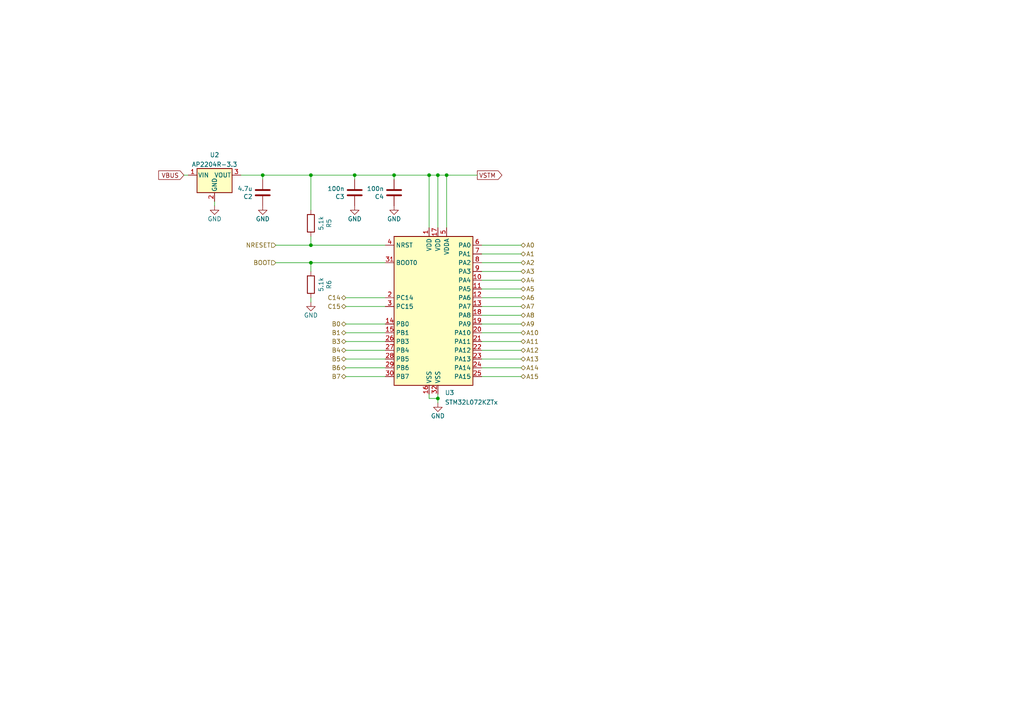
<source format=kicad_sch>
(kicad_sch (version 20211123) (generator eeschema)
  (paper "A4")
  (lib_symbols
    (symbol "Device:C" (pin_numbers hide) (pin_names (offset 0.254))
      (property "Reference" "C" (at 0.635 2.54 0))
      (property "Value" "C" (at 0.635 -2.54 0))
      (symbol "C_0_1"
        (polyline (pts (xy -2.032 -0.762) (xy 2.032 -0.762)) (stroke (width 0.508)))
        (polyline (pts (xy -2.032 0.762) (xy 2.032 0.762)) (stroke (width 0.508)))
      )
      (symbol "C_1_1"
        (pin passive line (at 0 3.81 270) (length 2.794) (name "~") (number "1"))
        (pin passive line (at 0 -3.81 90) (length 2.794) (name "~") (number "2"))
      )
    )
    (symbol "Device:R" (pin_numbers hide) (pin_names (offset 0))
      (property "Reference" "R" (at 2.032 0 90))
      (property "Value" "R" (at 0 0 90))
      (symbol "R_0_1"
        (rectangle (start -1.016 -2.54) (end 1.016 2.54) (stroke (width 0.254)))
      )
      (symbol "R_1_1"
        (pin passive line (at 0 3.81 270) (length 1.27) (name "~") (number "1"))
        (pin passive line (at 0 -3.81 90) (length 1.27) (name "~") (number "2"))
      )
    )
    (symbol "MCU_ST_STM32L0:STM32L072KZTx"
      (property "Reference" "U" (at -12.7 21.59 0))
      (property "Value" "STM32L072KZTx" (at 5.08 21.59 0))
      (symbol "STM32L072KZTx_0_1"
        (rectangle (start -12.7 -22.86) (end 10.16 20.32) (stroke (width 0.254)) (fill (type background)))
      )
      (symbol "STM32L072KZTx_1_1"
        (pin power_in line (at -2.54 22.86 270) (length 2.54) (name "VDD") (number "1"))
        (pin bidirectional line (at 12.7 7.62 180) (length 2.54) (name "PA4") (number "10"))
        (pin bidirectional line (at 12.7 5.08 180) (length 2.54) (name "PA5") (number "11"))
        (pin bidirectional line (at 12.7 2.54 180) (length 2.54) (name "PA6") (number "12"))
        (pin bidirectional line (at 12.7 0 180) (length 2.54) (name "PA7") (number "13"))
        (pin bidirectional line (at -15.24 -5.08 0) (length 2.54) (name "PB0") (number "14"))
        (pin bidirectional line (at -15.24 -7.62 0) (length 2.54) (name "PB1") (number "15"))
        (pin power_in line (at -2.54 -25.4 90) (length 2.54) (name "VSS") (number "16"))
        (pin power_in line (at 0 22.86 270) (length 2.54) (name "VDD") (number "17"))
        (pin bidirectional line (at 12.7 -2.54 180) (length 2.54) (name "PA8") (number "18"))
        (pin bidirectional line (at 12.7 -5.08 180) (length 2.54) (name "PA9") (number "19"))
        (pin bidirectional line (at -15.24 2.54 0) (length 2.54) (name "PC14") (number "2"))
        (pin bidirectional line (at 12.7 -7.62 180) (length 2.54) (name "PA10") (number "20"))
        (pin bidirectional line (at 12.7 -10.16 180) (length 2.54) (name "PA11") (number "21"))
        (pin bidirectional line (at 12.7 -12.7 180) (length 2.54) (name "PA12") (number "22"))
        (pin bidirectional line (at 12.7 -15.24 180) (length 2.54) (name "PA13") (number "23"))
        (pin bidirectional line (at 12.7 -17.78 180) (length 2.54) (name "PA14") (number "24"))
        (pin bidirectional line (at 12.7 -20.32 180) (length 2.54) (name "PA15") (number "25"))
        (pin bidirectional line (at -15.24 -10.16 0) (length 2.54) (name "PB3") (number "26"))
        (pin bidirectional line (at -15.24 -12.7 0) (length 2.54) (name "PB4") (number "27"))
        (pin bidirectional line (at -15.24 -15.24 0) (length 2.54) (name "PB5") (number "28"))
        (pin bidirectional line (at -15.24 -17.78 0) (length 2.54) (name "PB6") (number "29"))
        (pin bidirectional line (at -15.24 0 0) (length 2.54) (name "PC15") (number "3"))
        (pin bidirectional line (at -15.24 -20.32 0) (length 2.54) (name "PB7") (number "30"))
        (pin input line (at -15.24 12.7 0) (length 2.54) (name "BOOT0") (number "31"))
        (pin power_in line (at 0 -25.4 90) (length 2.54) (name "VSS") (number "32"))
        (pin input line (at -15.24 17.78 0) (length 2.54) (name "NRST") (number "4"))
        (pin power_in line (at 2.54 22.86 270) (length 2.54) (name "VDDA") (number "5"))
        (pin bidirectional line (at 12.7 17.78 180) (length 2.54) (name "PA0") (number "6"))
        (pin bidirectional line (at 12.7 15.24 180) (length 2.54) (name "PA1") (number "7"))
        (pin bidirectional line (at 12.7 12.7 180) (length 2.54) (name "PA2") (number "8"))
        (pin bidirectional line (at 12.7 10.16 180) (length 2.54) (name "PA3") (number "9"))
      )
    )
    (symbol "Regulator_Linear:AP2204R-3.3" (pin_names (offset 0.254))
      (property "Reference" "U" (at -5.08 3.175 0))
      (property "Value" "AP2204R-3.3" (at 0 3.175 0))
      (symbol "AP2204R-3.3_0_1"
        (rectangle (start -5.08 1.905) (end 5.08 -5.08) (stroke (width 0.254)) (fill (type background)))
      )
      (symbol "AP2204R-3.3_1_1"
        (pin power_in line (at -7.62 0 0) (length 2.54) (name "VIN") (number "1"))
        (pin power_in line (at 0 -7.62 90) (length 2.54) (name "GND") (number "2"))
        (pin power_out line (at 7.62 0 180) (length 2.54) (name "VOUT") (number "3"))
      )
    )
    (symbol "power:GND" (power) (pin_names (offset 0))
      (property "Value" "GND" (at 0 -3.81 0))
      (symbol "GND_0_1"
        (polyline (pts (xy 0 0) (xy 0 -1.27) (xy 1.27 -1.27) (xy 0 -2.54) (xy -1.27 -1.27) (xy 0 -1.27)))
      )
      (symbol "GND_1_1"
        (pin power_in line (at 0 0 270) (length 0) hide (name "GND") (number "1"))
      )
    )
  )
  (junction (at 76.2 50.8))
  (junction (at 90.17 76.2))
  (junction (at 102.87 50.8))
  (junction (at 127 50.8))
  (junction (at 129.54 50.8))
  (junction (at 114.3 50.8))
  (junction (at 124.46 50.8))
  (junction (at 90.17 50.8))
  (junction (at 90.17 71.12))
  (junction (at 127 115.57))
  (wire (pts (xy 151.13 73.66) (xy 139.7 73.66)))
  (wire (pts (xy 151.13 76.2) (xy 139.7 76.2)))
  (wire (pts (xy 90.17 50.8) (xy 76.2 50.8)))
  (wire (pts (xy 114.3 50.8) (xy 102.87 50.8)))
  (wire (pts (xy 151.13 101.6) (xy 139.7 101.6)))
  (wire (pts (xy 151.13 86.36) (xy 139.7 86.36)))
  (wire (pts (xy 124.46 114.3) (xy 124.46 115.57)))
  (wire (pts (xy 151.13 109.22) (xy 139.7 109.22)))
  (wire (pts (xy 129.54 50.8) (xy 138.43 50.8)))
  (wire (pts (xy 151.13 93.98) (xy 139.7 93.98)))
  (wire (pts (xy 127 115.57) (xy 127 116.84)))
  (wire (pts (xy 80.01 76.2) (xy 90.17 76.2)))
  (wire (pts (xy 76.2 50.8) (xy 76.2 52.07)))
  (wire (pts (xy 151.13 83.82) (xy 139.7 83.82)))
  (wire (pts (xy 76.2 50.8) (xy 69.85 50.8)))
  (wire (pts (xy 151.13 81.28) (xy 139.7 81.28)))
  (wire (pts (xy 53.34 50.8) (xy 54.61 50.8)))
  (wire (pts (xy 100.33 96.52) (xy 111.76 96.52)))
  (wire (pts (xy 151.13 104.14) (xy 139.7 104.14)))
  (wire (pts (xy 90.17 76.2) (xy 90.17 78.74)))
  (wire (pts (xy 151.13 99.06) (xy 139.7 99.06)))
  (wire (pts (xy 127 66.04) (xy 127 50.8)))
  (wire (pts (xy 151.13 78.74) (xy 139.7 78.74)))
  (wire (pts (xy 100.33 88.9) (xy 111.76 88.9)))
  (wire (pts (xy 151.13 91.44) (xy 139.7 91.44)))
  (wire (pts (xy 151.13 96.52) (xy 139.7 96.52)))
  (wire (pts (xy 124.46 115.57) (xy 127 115.57)))
  (wire (pts (xy 151.13 106.68) (xy 139.7 106.68)))
  (wire (pts (xy 90.17 68.58) (xy 90.17 71.12)))
  (wire (pts (xy 151.13 88.9) (xy 139.7 88.9)))
  (wire (pts (xy 100.33 93.98) (xy 111.76 93.98)))
  (wire (pts (xy 90.17 86.36) (xy 90.17 87.63)))
  (wire (pts (xy 100.33 109.22) (xy 111.76 109.22)))
  (wire (pts (xy 127 114.3) (xy 127 115.57)))
  (wire (pts (xy 62.23 58.42) (xy 62.23 59.69)))
  (wire (pts (xy 90.17 76.2) (xy 111.76 76.2)))
  (wire (pts (xy 90.17 50.8) (xy 90.17 60.96)))
  (wire (pts (xy 100.33 101.6) (xy 111.76 101.6)))
  (wire (pts (xy 90.17 71.12) (xy 80.01 71.12)))
  (wire (pts (xy 124.46 66.04) (xy 124.46 50.8)))
  (wire (pts (xy 100.33 106.68) (xy 111.76 106.68)))
  (wire (pts (xy 100.33 104.14) (xy 111.76 104.14)))
  (wire (pts (xy 129.54 66.04) (xy 129.54 50.8)))
  (wire (pts (xy 114.3 50.8) (xy 114.3 52.07)))
  (wire (pts (xy 102.87 50.8) (xy 90.17 50.8)))
  (wire (pts (xy 100.33 86.36) (xy 111.76 86.36)))
  (wire (pts (xy 111.76 71.12) (xy 90.17 71.12)))
  (wire (pts (xy 151.13 71.12) (xy 139.7 71.12)))
  (wire (pts (xy 100.33 99.06) (xy 111.76 99.06)))
  (wire (pts (xy 124.46 50.8) (xy 114.3 50.8)))
  (wire (pts (xy 127 50.8) (xy 124.46 50.8)))
  (wire (pts (xy 102.87 50.8) (xy 102.87 52.07)))
  (wire (pts (xy 129.54 50.8) (xy 127 50.8)))
  (global_label "VSTM" (shape output) (at 138.43 50.8 0) (property "Intersheet References" "${INTERSHEET_REFS}" (effects hide)))
  (global_label "VBUS" (shape input) (at 53.34 50.8 180) (property "Intersheet References" "${INTERSHEET_REFS}" (effects hide)))
  (hierarchical_label "BOOT" (shape input) (at 80.01 76.2 180))
  (hierarchical_label "B5" (shape bidirectional) (at 100.33 104.14 180))
  (hierarchical_label "B6" (shape bidirectional) (at 100.33 106.68 180))
  (hierarchical_label "A6" (shape bidirectional) (at 151.13 86.36 0))
  (hierarchical_label "A4" (shape bidirectional) (at 151.13 81.28 0))
  (hierarchical_label "B1" (shape bidirectional) (at 100.33 96.52 180))
  (hierarchical_label "A0" (shape bidirectional) (at 151.13 71.12 0))
  (hierarchical_label "C14" (shape bidirectional) (at 100.33 86.36 180))
  (hierarchical_label "A9" (shape bidirectional) (at 151.13 93.98 0))
  (hierarchical_label "C15" (shape bidirectional) (at 100.33 88.9 180))
  (hierarchical_label "B0" (shape bidirectional) (at 100.33 93.98 180))
  (hierarchical_label "A3" (shape bidirectional) (at 151.13 78.74 0))
  (hierarchical_label "A11" (shape bidirectional) (at 151.13 99.06 0))
  (hierarchical_label "A13" (shape bidirectional) (at 151.13 104.14 0))
  (hierarchical_label "B4" (shape bidirectional) (at 100.33 101.6 180))
  (hierarchical_label "B7" (shape bidirectional) (at 100.33 109.22 180))
  (hierarchical_label "A7" (shape bidirectional) (at 151.13 88.9 0))
  (hierarchical_label "A2" (shape bidirectional) (at 151.13 76.2 0))
  (hierarchical_label "A8" (shape bidirectional) (at 151.13 91.44 0))
  (hierarchical_label "A1" (shape bidirectional) (at 151.13 73.66 0))
  (hierarchical_label "A14" (shape bidirectional) (at 151.13 106.68 0))
  (hierarchical_label "B3" (shape bidirectional) (at 100.33 99.06 180))
  (hierarchical_label "A5" (shape bidirectional) (at 151.13 83.82 0))
  (hierarchical_label "A10" (shape bidirectional) (at 151.13 96.52 0))
  (hierarchical_label "A12" (shape bidirectional) (at 151.13 101.6 0))
  (hierarchical_label "NRESET" (shape input) (at 80.01 71.12 180))
  (hierarchical_label "A15" (shape bidirectional) (at 151.13 109.22 0))
  (symbol (lib_id "power:GND") (at 127 116.84 0) (unit 1)
    (property "Reference" "#PWR012" (effects hide))
    (property "Value" "GND" (at 127 120.65 0))
  )
  (symbol (lib_id "power:GND") (at 90.17 87.63 0) (unit 1)
    (property "Reference" "#PWR011" (effects hide))
    (property "Value" "GND" (at 90.17 91.44 0))
  )
  (symbol (lib_id "power:GND") (at 62.23 59.69 0) (unit 1)
    (property "Reference" "#PWR07" (effects hide))
    (property "Value" "GND" (at 62.23 63.5 0))
  )
  (symbol (lib_id "MCU_ST_STM32L0:STM32L072KZTx") (at 127 88.9 0) (unit 1)
    (property "Reference" "U3" (at 129.0194 113.9095 0) (effects (justify left)))
    (property "Value" "STM32L072KZTx" (at 129.0194 116.6846 0) (effects (justify left)))
    (property "Footprint" "Package_QFP:LQFP-32_7x7mm_P0.8mm" (effects hide))
    (property "Datasheet" "http://www.st.com/st-web-ui/static/active/en/resource/technical/document/datasheet/DM00141133.pdf" (effects hide))
  )
  (symbol (lib_id "power:GND") (at 102.87 59.69 0) (unit 1)
    (property "Reference" "#PWR09" (effects hide))
    (property "Value" "GND" (at 102.87 63.5 0))
  )
  (symbol (lib_id "power:GND") (at 114.3 59.69 0) (unit 1)
    (property "Reference" "#PWR010" (effects hide))
    (property "Value" "GND" (at 114.3 63.5 0))
  )
  (symbol (lib_id "Device:R") (at 90.17 64.77 180) (unit 1)
    (property "Reference" "R5" (at 95.4278 64.77 90))
    (property "Value" "5.1k" (at 93.1164 64.77 90))
    (property "Footprint" "Resistor_SMD:R_0603_1608Metric" (effects hide))
    (property "LCSC" "C23186" (effects hide))
  )
  (symbol (lib_id "Device:C") (at 102.87 55.88 180) (unit 1)
    (property "Reference" "C3" (at 99.949 57.0484 0) (effects (justify left)))
    (property "Value" "100n" (at 99.949 54.737 0) (effects (justify left)))
    (property "Footprint" "Capacitor_SMD:C_0603_1608Metric" (effects hide))
    (property "LCSC" "C14663" (effects hide))
  )
  (symbol (lib_id "Regulator_Linear:AP2204R-3.3") (at 62.23 50.8 0) (unit 1)
    (property "Reference" "U2" (at 62.23 44.9285 0))
    (property "Value" "AP2204R-3.3" (at 62.23 47.7036 0))
    (property "Footprint" "Package_TO_SOT_SMD:SOT-89-3" (effects hide))
    (property "Datasheet" "https://www.diodes.com/assets/Datasheets/AP2204.pdf" (effects hide))
  )
  (symbol (lib_id "Device:R") (at 90.17 82.55 180) (unit 1)
    (property "Reference" "R6" (at 95.4278 82.55 90))
    (property "Value" "5.1k" (at 93.1164 82.55 90))
    (property "Footprint" "Resistor_SMD:R_0603_1608Metric" (effects hide))
    (property "LCSC" "C23186" (effects hide))
  )
  (symbol (lib_id "Device:C") (at 114.3 55.88 180) (unit 1)
    (property "Reference" "C4" (at 111.379 57.0484 0) (effects (justify left)))
    (property "Value" "100n" (at 111.379 54.737 0) (effects (justify left)))
    (property "Footprint" "Capacitor_SMD:C_0603_1608Metric" (effects hide))
    (property "LCSC" "C14663" (effects hide))
  )
  (symbol (lib_id "Device:C") (at 76.2 55.88 180) (unit 1)
    (property "Reference" "C2" (at 73.279 57.0484 0) (effects (justify left)))
    (property "Value" "4.7u" (at 73.279 54.737 0) (effects (justify left)))
    (property "Footprint" "Capacitor_SMD:C_0603_1608Metric" (effects hide))
    (property "LCSC" "C19666" (effects hide))
  )
  (symbol (lib_id "power:GND") (at 76.2 59.69 0) (unit 1)
    (property "Reference" "#PWR08" (effects hide))
    (property "Value" "GND" (at 76.2 63.5 0))
  )
)
</source>
